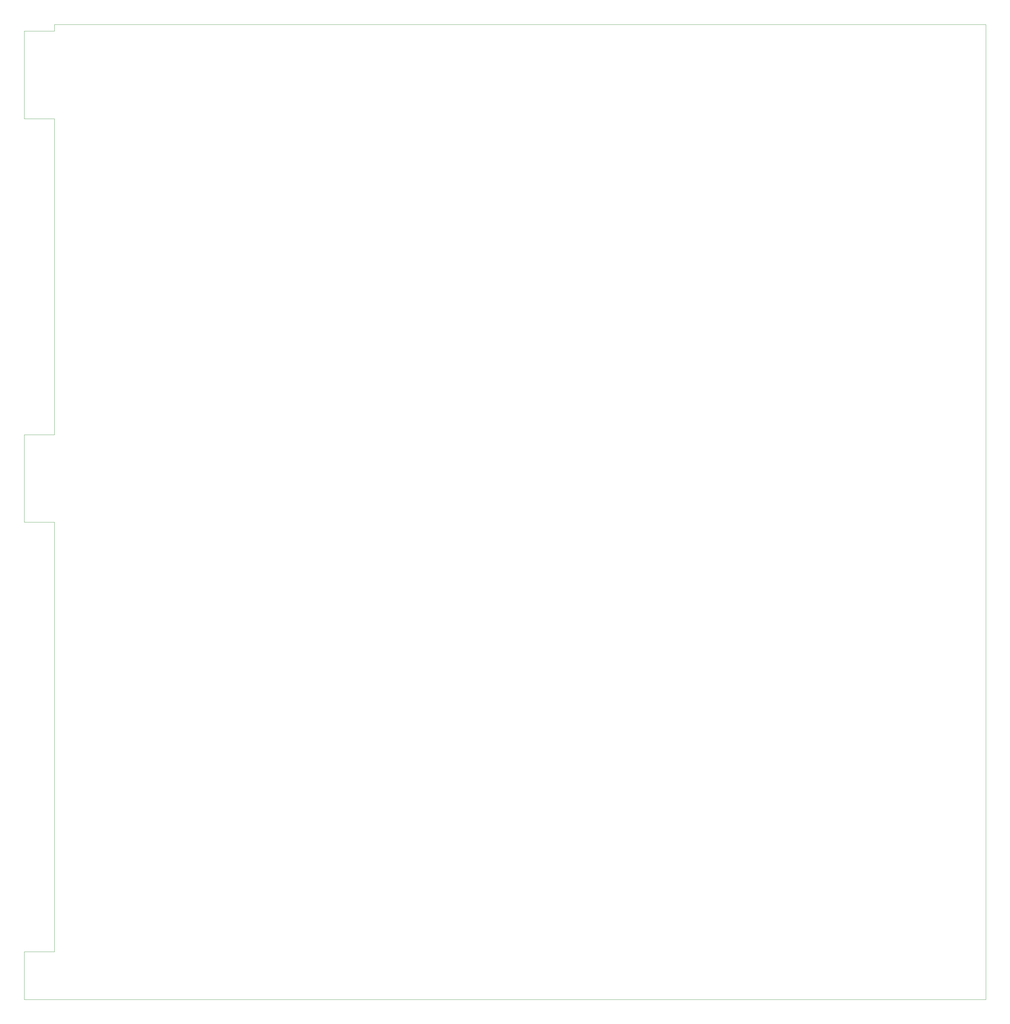
<source format=gbr>
%TF.GenerationSoftware,KiCad,Pcbnew,8.0.2-1*%
%TF.CreationDate,2024-10-14T18:52:49-04:00*%
%TF.ProjectId,OddLayers_1.3mm_SiPM,4f64644c-6179-4657-9273-5f312e336d6d,rev?*%
%TF.SameCoordinates,Original*%
%TF.FileFunction,Profile,NP*%
%FSLAX46Y46*%
G04 Gerber Fmt 4.6, Leading zero omitted, Abs format (unit mm)*
G04 Created by KiCad (PCBNEW 8.0.2-1) date 2024-10-14 18:52:49*
%MOMM*%
%LPD*%
G01*
G04 APERTURE LIST*
%TA.AperFunction,Profile*%
%ADD10C,0.050000*%
%TD*%
%TA.AperFunction,Profile*%
%ADD11C,0.100000*%
%TD*%
G04 APERTURE END LIST*
D10*
X75000000Y-240000000D02*
X75000000Y-183000000D01*
X75000000Y-310800000D02*
X75000000Y-240000000D01*
X66000000Y-324300000D02*
X66000000Y-325000000D01*
X75000000Y-35000000D02*
X352000000Y-35000000D01*
X66000000Y-183000000D02*
X66000000Y-157000000D01*
X75000000Y-63000000D02*
X75000000Y-157000000D01*
X75000000Y-183000000D02*
X66000000Y-183000000D01*
X66000000Y-310800000D02*
X75000000Y-310800000D01*
X352000000Y-35000000D02*
X352000000Y-325000000D01*
X75000000Y-37000000D02*
X66000000Y-37000000D01*
X75000000Y-157000000D02*
X66000000Y-157000000D01*
X352000000Y-325000000D02*
X66000000Y-325000000D01*
X66000000Y-315700000D02*
X66000000Y-310800000D01*
X66000000Y-63000000D02*
X75000000Y-63000000D01*
X66000000Y-37000000D02*
X66000000Y-63000000D01*
X75000000Y-35000000D02*
X75000000Y-37000000D01*
D11*
%TO.C,REF\u002A\u002A*%
X66000000Y-315700000D02*
X66000000Y-324300000D01*
%TD*%
M02*

</source>
